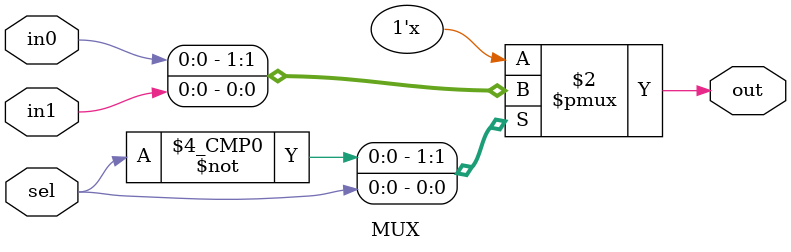
<source format=sv>
`timescale 1ns / 1ps

module MUX(
    input logic in0,
    input logic in1,
    input logic sel,
    output logic out
);

always_comb 
begin
    case(sel)
        0: out=in0;
        1: out=in1;
    endcase
end

endmodule

</source>
